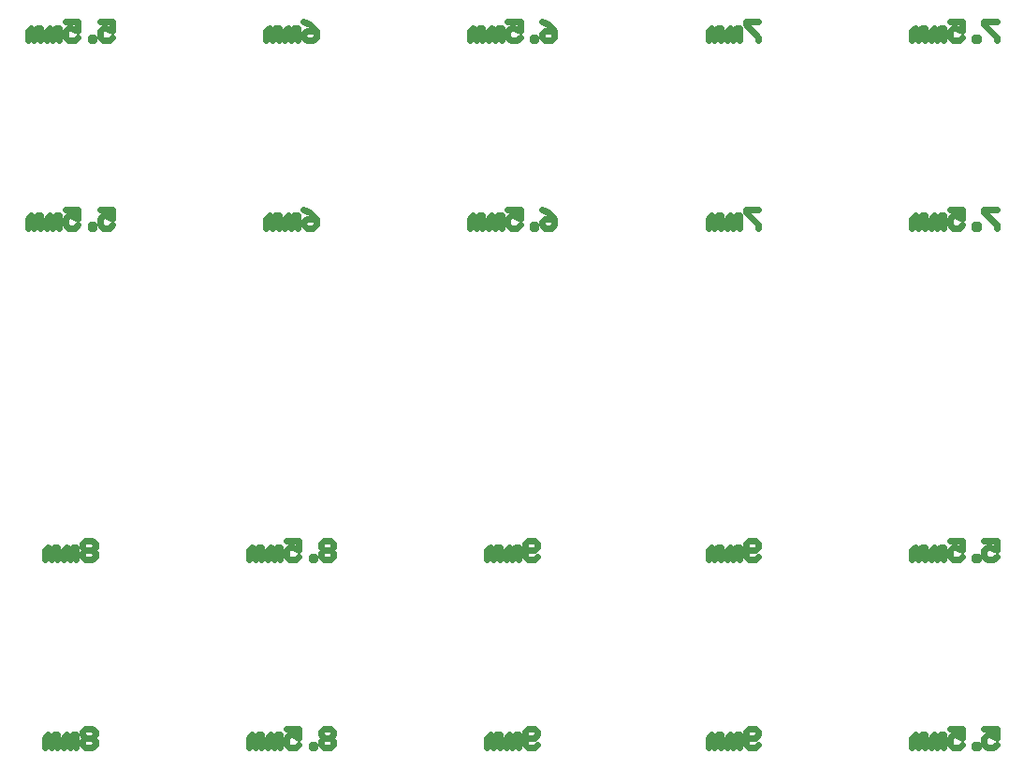
<source format=gbo>
G04*
G04 #@! TF.GenerationSoftware,Altium Limited,Altium Designer,23.9.2 (47)*
G04*
G04 Layer_Color=32896*
%FSLAX25Y25*%
%MOIN*%
G70*
G04*
G04 #@! TF.SameCoordinates,F867936C-D2EA-4238-9ECD-A963B99A8E52*
G04*
G04*
G04 #@! TF.FilePolarity,Positive*
G04*
G01*
G75*
%ADD30C,0.02362*%
D30*
X48291Y141796D02*
X47176Y142911D01*
X44946D01*
X43831Y141796D01*
Y140681D01*
X44946Y139566D01*
X43831Y138451D01*
Y137336D01*
X44946Y136221D01*
X47176D01*
X48291Y137336D01*
Y138451D01*
X47176Y139566D01*
X48291Y140681D01*
Y141796D01*
X47176Y139566D02*
X44946D01*
X41600Y136221D02*
Y140681D01*
X40485D01*
X39370Y139566D01*
Y136221D01*
Y139566D01*
X38255Y140681D01*
X37140Y139566D01*
Y136221D01*
X34910D02*
Y140681D01*
X33795D01*
X32679Y139566D01*
Y136221D01*
Y139566D01*
X31564Y140681D01*
X30449Y139566D01*
Y136221D01*
X49964Y327951D02*
X54424D01*
Y324605D01*
X52194Y325720D01*
X51079D01*
X49964Y324605D01*
Y322375D01*
X51079Y321260D01*
X53309D01*
X54424Y322375D01*
X47734Y321260D02*
Y322375D01*
X46618D01*
Y321260D01*
X47734D01*
X37697Y327951D02*
X42158D01*
Y324605D01*
X39928Y325720D01*
X38813D01*
X37697Y324605D01*
Y322375D01*
X38813Y321260D01*
X41043D01*
X42158Y322375D01*
X35467Y321260D02*
Y325720D01*
X34352D01*
X33237Y324605D01*
Y321260D01*
Y324605D01*
X32122Y325720D01*
X31007Y324605D01*
Y321260D01*
X28776D02*
Y325720D01*
X27661D01*
X26546Y324605D01*
Y321260D01*
Y324605D01*
X25431Y325720D01*
X24316Y324605D01*
Y321260D01*
X122571Y327951D02*
X124801Y326835D01*
X127031Y324605D01*
Y322375D01*
X125916Y321260D01*
X123686D01*
X122571Y322375D01*
Y323490D01*
X123686Y324605D01*
X127031D01*
X120341Y321260D02*
Y325720D01*
X119225D01*
X118110Y324605D01*
Y321260D01*
Y324605D01*
X116995Y325720D01*
X115880Y324605D01*
Y321260D01*
X113650D02*
Y325720D01*
X112535D01*
X111419Y324605D01*
Y321260D01*
Y324605D01*
X110304Y325720D01*
X109189Y324605D01*
Y321260D01*
X284511Y327951D02*
X280051D01*
Y326835D01*
X284511Y322375D01*
Y321260D01*
X277821D02*
Y325720D01*
X276706D01*
X275590Y324605D01*
Y321260D01*
Y324605D01*
X274475Y325720D01*
X273360Y324605D01*
Y321260D01*
X271130D02*
Y325720D01*
X270015D01*
X268900Y324605D01*
Y321260D01*
Y324605D01*
X267785Y325720D01*
X266670Y324605D01*
Y321260D01*
X207444Y327951D02*
X209674Y326835D01*
X211905Y324605D01*
Y322375D01*
X210789Y321260D01*
X208559D01*
X207444Y322375D01*
Y323490D01*
X208559Y324605D01*
X211905D01*
X205214Y321260D02*
Y322375D01*
X204099D01*
Y321260D01*
X205214D01*
X195178Y327951D02*
X199638D01*
Y324605D01*
X197408Y325720D01*
X196293D01*
X195178Y324605D01*
Y322375D01*
X196293Y321260D01*
X198523D01*
X199638Y322375D01*
X192947Y321260D02*
Y325720D01*
X191832D01*
X190717Y324605D01*
Y321260D01*
Y324605D01*
X189602Y325720D01*
X188487Y324605D01*
Y321260D01*
X186257D02*
Y325720D01*
X185142D01*
X184026Y324605D01*
Y321260D01*
Y324605D01*
X182911Y325720D01*
X181796Y324605D01*
Y321260D01*
X369385Y327951D02*
X364924D01*
Y326835D01*
X369385Y322375D01*
Y321260D01*
X362694D02*
Y322375D01*
X361579D01*
Y321260D01*
X362694D01*
X352658Y327951D02*
X357119D01*
Y324605D01*
X354888Y325720D01*
X353773D01*
X352658Y324605D01*
Y322375D01*
X353773Y321260D01*
X356003D01*
X357119Y322375D01*
X350428Y321260D02*
Y325720D01*
X349313D01*
X348198Y324605D01*
Y321260D01*
Y324605D01*
X347082Y325720D01*
X345967Y324605D01*
Y321260D01*
X343737D02*
Y325720D01*
X342622D01*
X341507Y324605D01*
Y321260D01*
Y324605D01*
X340392Y325720D01*
X339277Y324605D01*
Y321260D01*
X133164Y141796D02*
X132049Y142911D01*
X129819D01*
X128704Y141796D01*
Y140681D01*
X129819Y139566D01*
X128704Y138451D01*
Y137336D01*
X129819Y136221D01*
X132049D01*
X133164Y137336D01*
Y138451D01*
X132049Y139566D01*
X133164Y140681D01*
Y141796D01*
X132049Y139566D02*
X129819D01*
X126474Y136221D02*
Y137336D01*
X125358D01*
Y136221D01*
X126474D01*
X116438Y142911D02*
X120898D01*
Y139566D01*
X118668Y140681D01*
X117553D01*
X116438Y139566D01*
Y137336D01*
X117553Y136221D01*
X119783D01*
X120898Y137336D01*
X114207Y136221D02*
Y140681D01*
X113092D01*
X111977Y139566D01*
Y136221D01*
Y139566D01*
X110862Y140681D01*
X109747Y139566D01*
Y136221D01*
X107517D02*
Y140681D01*
X106401D01*
X105286Y139566D01*
Y136221D01*
Y139566D01*
X104171Y140681D01*
X103056Y139566D01*
Y136221D01*
X205771Y137336D02*
X204656Y136221D01*
X202426D01*
X201311Y137336D01*
Y141796D01*
X202426Y142911D01*
X204656D01*
X205771Y141796D01*
Y140681D01*
X204656Y139566D01*
X201311D01*
X199081Y136221D02*
Y140681D01*
X197966D01*
X196850Y139566D01*
Y136221D01*
Y139566D01*
X195735Y140681D01*
X194620Y139566D01*
Y136221D01*
X192390D02*
Y140681D01*
X191275D01*
X190160Y139566D01*
Y136221D01*
Y139566D01*
X189044Y140681D01*
X187929Y139566D01*
Y136221D01*
X284511Y137336D02*
X283396Y136221D01*
X281166D01*
X280051Y137336D01*
Y141796D01*
X281166Y142911D01*
X283396D01*
X284511Y141796D01*
Y140681D01*
X283396Y139566D01*
X280051D01*
X277821Y136221D02*
Y140681D01*
X276706D01*
X275590Y139566D01*
Y136221D01*
Y139566D01*
X274475Y140681D01*
X273360Y139566D01*
Y136221D01*
X271130D02*
Y140681D01*
X270015D01*
X268900Y139566D01*
Y136221D01*
Y139566D01*
X267785Y140681D01*
X266670Y139566D01*
Y136221D01*
X364924Y142911D02*
X369385D01*
Y139566D01*
X367155Y140681D01*
X366039D01*
X364924Y139566D01*
Y137336D01*
X366039Y136221D01*
X368270D01*
X369385Y137336D01*
X362694Y136221D02*
Y137336D01*
X361579D01*
Y136221D01*
X362694D01*
X352658Y142911D02*
X357119D01*
Y139566D01*
X354888Y140681D01*
X353773D01*
X352658Y139566D01*
Y137336D01*
X353773Y136221D01*
X356003D01*
X357119Y137336D01*
X350428Y136221D02*
Y140681D01*
X349313D01*
X348198Y139566D01*
Y136221D01*
Y139566D01*
X347082Y140681D01*
X345967Y139566D01*
Y136221D01*
X343737D02*
Y140681D01*
X342622D01*
X341507Y139566D01*
Y136221D01*
Y139566D01*
X340392Y140681D01*
X339277Y139566D01*
Y136221D01*
X364924Y75982D02*
X369385D01*
Y72637D01*
X367155Y73752D01*
X366039D01*
X364924Y72637D01*
Y70406D01*
X366039Y69291D01*
X368270D01*
X369385Y70406D01*
X362694Y69291D02*
Y70406D01*
X361579D01*
Y69291D01*
X362694D01*
X352658Y75982D02*
X357119D01*
Y72637D01*
X354888Y73752D01*
X353773D01*
X352658Y72637D01*
Y70406D01*
X353773Y69291D01*
X356003D01*
X357119Y70406D01*
X350428Y69291D02*
Y73752D01*
X349313D01*
X348198Y72637D01*
Y69291D01*
Y72637D01*
X347082Y73752D01*
X345967Y72637D01*
Y69291D01*
X343737D02*
Y73752D01*
X342622D01*
X341507Y72637D01*
Y69291D01*
Y72637D01*
X340392Y73752D01*
X339277Y72637D01*
Y69291D01*
X284511Y70406D02*
X283396Y69291D01*
X281166D01*
X280051Y70406D01*
Y74867D01*
X281166Y75982D01*
X283396D01*
X284511Y74867D01*
Y73752D01*
X283396Y72637D01*
X280051D01*
X277821Y69291D02*
Y73752D01*
X276706D01*
X275590Y72637D01*
Y69291D01*
Y72637D01*
X274475Y73752D01*
X273360Y72637D01*
Y69291D01*
X271130D02*
Y73752D01*
X270015D01*
X268900Y72637D01*
Y69291D01*
Y72637D01*
X267785Y73752D01*
X266670Y72637D01*
Y69291D01*
X205771Y70406D02*
X204656Y69291D01*
X202426D01*
X201311Y70406D01*
Y74867D01*
X202426Y75982D01*
X204656D01*
X205771Y74867D01*
Y73752D01*
X204656Y72637D01*
X201311D01*
X199081Y69291D02*
Y73752D01*
X197966D01*
X196850Y72637D01*
Y69291D01*
Y72637D01*
X195735Y73752D01*
X194620Y72637D01*
Y69291D01*
X192390D02*
Y73752D01*
X191275D01*
X190160Y72637D01*
Y69291D01*
Y72637D01*
X189044Y73752D01*
X187929Y72637D01*
Y69291D01*
X133164Y74867D02*
X132049Y75982D01*
X129819D01*
X128704Y74867D01*
Y73752D01*
X129819Y72637D01*
X128704Y71522D01*
Y70406D01*
X129819Y69291D01*
X132049D01*
X133164Y70406D01*
Y71522D01*
X132049Y72637D01*
X133164Y73752D01*
Y74867D01*
X132049Y72637D02*
X129819D01*
X126474Y69291D02*
Y70406D01*
X125358D01*
Y69291D01*
X126474D01*
X116438Y75982D02*
X120898D01*
Y72637D01*
X118668Y73752D01*
X117553D01*
X116438Y72637D01*
Y70406D01*
X117553Y69291D01*
X119783D01*
X120898Y70406D01*
X114207Y69291D02*
Y73752D01*
X113092D01*
X111977Y72637D01*
Y69291D01*
Y72637D01*
X110862Y73752D01*
X109747Y72637D01*
Y69291D01*
X107517D02*
Y73752D01*
X106401D01*
X105286Y72637D01*
Y69291D01*
Y72637D01*
X104171Y73752D01*
X103056Y72637D01*
Y69291D01*
X369385Y261021D02*
X364924D01*
Y259906D01*
X369385Y255446D01*
Y254331D01*
X362694D02*
Y255446D01*
X361579D01*
Y254331D01*
X362694D01*
X352658Y261021D02*
X357119D01*
Y257676D01*
X354888Y258791D01*
X353773D01*
X352658Y257676D01*
Y255446D01*
X353773Y254331D01*
X356003D01*
X357119Y255446D01*
X350428Y254331D02*
Y258791D01*
X349313D01*
X348198Y257676D01*
Y254331D01*
Y257676D01*
X347082Y258791D01*
X345967Y257676D01*
Y254331D01*
X343737D02*
Y258791D01*
X342622D01*
X341507Y257676D01*
Y254331D01*
Y257676D01*
X340392Y258791D01*
X339277Y257676D01*
Y254331D01*
X207444Y261021D02*
X209674Y259906D01*
X211905Y257676D01*
Y255446D01*
X210789Y254331D01*
X208559D01*
X207444Y255446D01*
Y256561D01*
X208559Y257676D01*
X211905D01*
X205214Y254331D02*
Y255446D01*
X204099D01*
Y254331D01*
X205214D01*
X195178Y261021D02*
X199638D01*
Y257676D01*
X197408Y258791D01*
X196293D01*
X195178Y257676D01*
Y255446D01*
X196293Y254331D01*
X198523D01*
X199638Y255446D01*
X192947Y254331D02*
Y258791D01*
X191832D01*
X190717Y257676D01*
Y254331D01*
Y257676D01*
X189602Y258791D01*
X188487Y257676D01*
Y254331D01*
X186257D02*
Y258791D01*
X185142D01*
X184026Y257676D01*
Y254331D01*
Y257676D01*
X182911Y258791D01*
X181796Y257676D01*
Y254331D01*
X284511Y261021D02*
X280051D01*
Y259906D01*
X284511Y255446D01*
Y254331D01*
X277821D02*
Y258791D01*
X276706D01*
X275590Y257676D01*
Y254331D01*
Y257676D01*
X274475Y258791D01*
X273360Y257676D01*
Y254331D01*
X271130D02*
Y258791D01*
X270015D01*
X268900Y257676D01*
Y254331D01*
Y257676D01*
X267785Y258791D01*
X266670Y257676D01*
Y254331D01*
X122571Y261021D02*
X124801Y259906D01*
X127031Y257676D01*
Y255446D01*
X125916Y254331D01*
X123686D01*
X122571Y255446D01*
Y256561D01*
X123686Y257676D01*
X127031D01*
X120341Y254331D02*
Y258791D01*
X119225D01*
X118110Y257676D01*
Y254331D01*
Y257676D01*
X116995Y258791D01*
X115880Y257676D01*
Y254331D01*
X113650D02*
Y258791D01*
X112535D01*
X111419Y257676D01*
Y254331D01*
Y257676D01*
X110304Y258791D01*
X109189Y257676D01*
Y254331D01*
X49964Y261021D02*
X54424D01*
Y257676D01*
X52194Y258791D01*
X51079D01*
X49964Y257676D01*
Y255446D01*
X51079Y254331D01*
X53309D01*
X54424Y255446D01*
X47734Y254331D02*
Y255446D01*
X46618D01*
Y254331D01*
X47734D01*
X37697Y261021D02*
X42158D01*
Y257676D01*
X39928Y258791D01*
X38813D01*
X37697Y257676D01*
Y255446D01*
X38813Y254331D01*
X41043D01*
X42158Y255446D01*
X35467Y254331D02*
Y258791D01*
X34352D01*
X33237Y257676D01*
Y254331D01*
Y257676D01*
X32122Y258791D01*
X31007Y257676D01*
Y254331D01*
X28776D02*
Y258791D01*
X27661D01*
X26546Y257676D01*
Y254331D01*
Y257676D01*
X25431Y258791D01*
X24316Y257676D01*
Y254331D01*
X48291Y74867D02*
X47176Y75982D01*
X44946D01*
X43831Y74867D01*
Y73752D01*
X44946Y72637D01*
X43831Y71522D01*
Y70406D01*
X44946Y69291D01*
X47176D01*
X48291Y70406D01*
Y71522D01*
X47176Y72637D01*
X48291Y73752D01*
Y74867D01*
X47176Y72637D02*
X44946D01*
X41600Y69291D02*
Y73752D01*
X40485D01*
X39370Y72637D01*
Y69291D01*
Y72637D01*
X38255Y73752D01*
X37140Y72637D01*
Y69291D01*
X34910D02*
Y73752D01*
X33795D01*
X32679Y72637D01*
Y69291D01*
Y72637D01*
X31564Y73752D01*
X30449Y72637D01*
Y69291D01*
M02*

</source>
